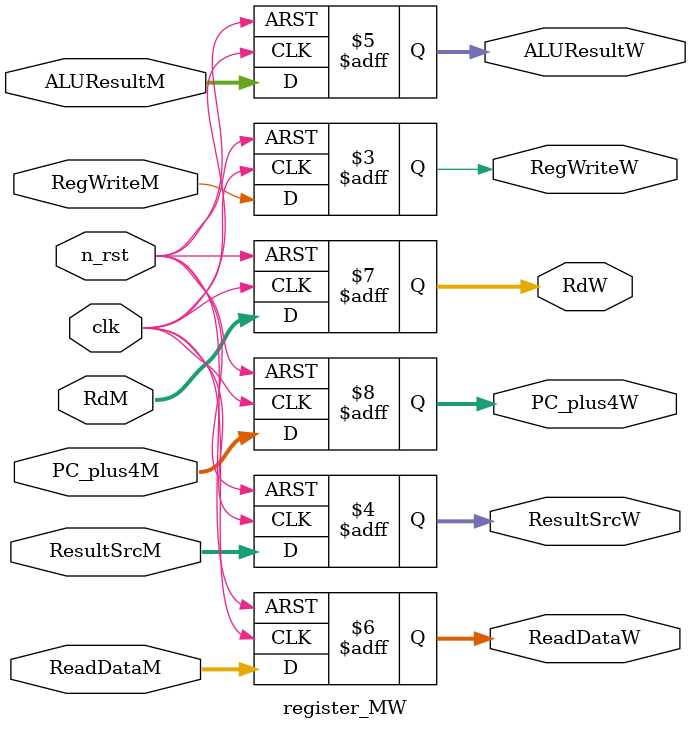
<source format=sv>
module register_MW (
    input clk,
    input n_rst,
    input RegWriteM,
    input [1:0] ResultSrcM,
    input [31:0] ALUResultM,
    input [31:0] ReadDataM,
    input [4:0] RdM,
    input [31:0] PC_plus4M,

    output reg RegWriteW,
    output reg [1:0] ResultSrcW,
    output reg [31:0] ALUResultW,
    output reg [31:0] ReadDataW,
    output reg [4:0] RdW,
    output reg [31:0] PC_plus4W
);
    

    always@(posedge clk or negedge n_rst) begin
        if(!n_rst) begin
            RegWriteW <= 1'b0;
            ResultSrcW <= 2'h0;
            ALUResultW <= 32'd0;
            ReadDataW <= 32'd0;
            PC_plus4W <= 32'd0;
            RdW <= 5'd0;
        end
        else begin
            RegWriteW <= RegWriteM;
            ResultSrcW <= ResultSrcM;
            ALUResultW <= ALUResultM;
            ReadDataW <=  ReadDataM;
            PC_plus4W <= PC_plus4M;
            RdW <= RdM;
        end
    end

endmodule
</source>
